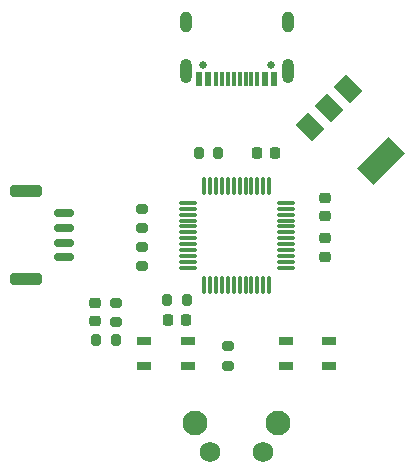
<source format=gbr>
%TF.GenerationSoftware,KiCad,Pcbnew,7.0.7*%
%TF.CreationDate,2023-10-08T15:01:22+08:00*%
%TF.ProjectId,RM_47mm,524d5f34-376d-46d2-9e6b-696361645f70,rev?*%
%TF.SameCoordinates,Original*%
%TF.FileFunction,Soldermask,Bot*%
%TF.FilePolarity,Negative*%
%FSLAX46Y46*%
G04 Gerber Fmt 4.6, Leading zero omitted, Abs format (unit mm)*
G04 Created by KiCad (PCBNEW 7.0.7) date 2023-10-08 15:01:22*
%MOMM*%
%LPD*%
G01*
G04 APERTURE LIST*
G04 Aperture macros list*
%AMRoundRect*
0 Rectangle with rounded corners*
0 $1 Rounding radius*
0 $2 $3 $4 $5 $6 $7 $8 $9 X,Y pos of 4 corners*
0 Add a 4 corners polygon primitive as box body*
4,1,4,$2,$3,$4,$5,$6,$7,$8,$9,$2,$3,0*
0 Add four circle primitives for the rounded corners*
1,1,$1+$1,$2,$3*
1,1,$1+$1,$4,$5*
1,1,$1+$1,$6,$7*
1,1,$1+$1,$8,$9*
0 Add four rect primitives between the rounded corners*
20,1,$1+$1,$2,$3,$4,$5,0*
20,1,$1+$1,$4,$5,$6,$7,0*
20,1,$1+$1,$6,$7,$8,$9,0*
20,1,$1+$1,$8,$9,$2,$3,0*%
%AMRotRect*
0 Rectangle, with rotation*
0 The origin of the aperture is its center*
0 $1 length*
0 $2 width*
0 $3 Rotation angle, in degrees counterclockwise*
0 Add horizontal line*
21,1,$1,$2,0,0,$3*%
G04 Aperture macros list end*
%ADD10R,1.251471X0.645202*%
%ADD11R,1.195849X0.659990*%
%ADD12R,1.251471X0.650765*%
%ADD13R,1.195849X0.657460*%
%ADD14R,1.173396X0.650216*%
%ADD15R,1.220860X0.646345*%
%ADD16R,1.167700X0.647659*%
%ADD17R,1.220850X0.660950*%
%ADD18RoundRect,0.200000X0.275000X-0.200000X0.275000X0.200000X-0.275000X0.200000X-0.275000X-0.200000X0*%
%ADD19RoundRect,0.200000X-0.200000X-0.275000X0.200000X-0.275000X0.200000X0.275000X-0.200000X0.275000X0*%
%ADD20RoundRect,0.075000X0.662500X0.075000X-0.662500X0.075000X-0.662500X-0.075000X0.662500X-0.075000X0*%
%ADD21RoundRect,0.075000X0.075000X0.662500X-0.075000X0.662500X-0.075000X-0.662500X0.075000X-0.662500X0*%
%ADD22RoundRect,0.225000X-0.250000X0.225000X-0.250000X-0.225000X0.250000X-0.225000X0.250000X0.225000X0*%
%ADD23RoundRect,0.225000X0.225000X0.250000X-0.225000X0.250000X-0.225000X-0.250000X0.225000X-0.250000X0*%
%ADD24RoundRect,0.225000X0.250000X-0.225000X0.250000X0.225000X-0.250000X0.225000X-0.250000X-0.225000X0*%
%ADD25C,0.650000*%
%ADD26R,0.600000X1.240000*%
%ADD27R,0.300000X1.240000*%
%ADD28O,1.000000X1.800000*%
%ADD29O,1.000000X2.100000*%
%ADD30RoundRect,0.150000X0.700000X-0.150000X0.700000X0.150000X-0.700000X0.150000X-0.700000X-0.150000X0*%
%ADD31RoundRect,0.250000X1.100000X-0.250000X1.100000X0.250000X-1.100000X0.250000X-1.100000X-0.250000X0*%
%ADD32RoundRect,0.200000X-0.275000X0.200000X-0.275000X-0.200000X0.275000X-0.200000X0.275000X0.200000X0*%
%ADD33RotRect,2.000000X1.500000X315.000000*%
%ADD34RotRect,2.000000X3.800000X315.000000*%
%ADD35RoundRect,0.200000X0.200000X0.275000X-0.200000X0.275000X-0.200000X-0.275000X0.200000X-0.275000X0*%
%ADD36C,2.100000*%
%ADD37C,1.750000*%
G04 APERTURE END LIST*
D10*
%TO.C,SW1*%
X145871643Y-108929298D03*
D11*
X142150605Y-108920005D03*
D12*
X145871643Y-111079045D03*
D13*
X142150605Y-111071269D03*
%TD*%
D14*
%TO.C,SW2*%
X154148388Y-111074885D03*
D15*
X157855606Y-111076747D03*
D16*
X154145540Y-108926171D03*
D17*
X157855601Y-108919525D03*
%TD*%
D18*
%TO.C,R7*%
X139783288Y-107336708D03*
X139783288Y-105686708D03*
%TD*%
%TO.C,R3*%
X142018127Y-99380570D03*
X142018127Y-97730570D03*
%TD*%
D19*
%TO.C,R4*%
X146775000Y-93000000D03*
X148425000Y-93000000D03*
%TD*%
D20*
%TO.C,U1*%
X154162500Y-97250000D03*
X154162500Y-97750000D03*
X154162500Y-98250000D03*
X154162500Y-98750000D03*
X154162500Y-99250000D03*
X154162500Y-99750000D03*
X154162500Y-100250000D03*
X154162500Y-100750000D03*
X154162500Y-101250000D03*
X154162500Y-101750000D03*
X154162500Y-102250000D03*
X154162500Y-102750000D03*
D21*
X152750000Y-104162500D03*
X152250000Y-104162500D03*
X151750000Y-104162500D03*
X151250000Y-104162500D03*
X150750000Y-104162500D03*
X150250000Y-104162500D03*
X149750000Y-104162500D03*
X149250000Y-104162500D03*
X148750000Y-104162500D03*
X148250000Y-104162500D03*
X147750000Y-104162500D03*
X147250000Y-104162500D03*
D20*
X145837500Y-102750000D03*
X145837500Y-102250000D03*
X145837500Y-101750000D03*
X145837500Y-101250000D03*
X145837500Y-100750000D03*
X145837500Y-100250000D03*
X145837500Y-99750000D03*
X145837500Y-99250000D03*
X145837500Y-98750000D03*
X145837500Y-98250000D03*
X145837500Y-97750000D03*
X145837500Y-97250000D03*
D21*
X147250000Y-95837500D03*
X147750000Y-95837500D03*
X148250000Y-95837500D03*
X148750000Y-95837500D03*
X149250000Y-95837500D03*
X149750000Y-95837500D03*
X150250000Y-95837500D03*
X150750000Y-95837500D03*
X151250000Y-95837500D03*
X151750000Y-95837500D03*
X152250000Y-95837500D03*
X152750000Y-95837500D03*
%TD*%
D22*
%TO.C,C9*%
X157480000Y-96805000D03*
X157480000Y-98355000D03*
%TD*%
D23*
%TO.C,C11*%
X153275000Y-93000000D03*
X151725000Y-93000000D03*
%TD*%
%TO.C,C12*%
X145705537Y-107172023D03*
X144155537Y-107172023D03*
%TD*%
D24*
%TO.C,C13*%
X138039859Y-107289498D03*
X138039859Y-105739498D03*
%TD*%
D25*
%TO.C,J1*%
X147110000Y-85605000D03*
X152890000Y-85605000D03*
D26*
X146800000Y-86725000D03*
X147600000Y-86725000D03*
D27*
X148750000Y-86725000D03*
X149750000Y-86725000D03*
X150250000Y-86725000D03*
X151250000Y-86725000D03*
D26*
X152400000Y-86725000D03*
X153200000Y-86725000D03*
X153200000Y-86725000D03*
X152400000Y-86725000D03*
D27*
X151750000Y-86725000D03*
X150750000Y-86725000D03*
X149250000Y-86725000D03*
X148250000Y-86725000D03*
D26*
X147600000Y-86725000D03*
X146800000Y-86725000D03*
D28*
X145680000Y-81925000D03*
D29*
X145680000Y-86125000D03*
D28*
X154320000Y-81925000D03*
D29*
X154320000Y-86125000D03*
%TD*%
D19*
%TO.C,R6*%
X138129023Y-108882715D03*
X139779023Y-108882715D03*
%TD*%
D30*
%TO.C,J2*%
X135350000Y-101875000D03*
X135350000Y-100625000D03*
X135350000Y-99375000D03*
X135350000Y-98125000D03*
D31*
X132150000Y-103725000D03*
X132150000Y-96275000D03*
%TD*%
D32*
%TO.C,R2*%
X142021726Y-100975355D03*
X142021726Y-102625355D03*
%TD*%
D33*
%TO.C,U2*%
X156166268Y-90838959D03*
X157792614Y-89212614D03*
D34*
X162247386Y-93667386D03*
D33*
X159418959Y-87586268D03*
%TD*%
D32*
%TO.C,R5*%
X149258680Y-109398485D03*
X149258680Y-111048485D03*
%TD*%
D35*
%TO.C,R1*%
X145758826Y-105466261D03*
X144108826Y-105466261D03*
%TD*%
D36*
%TO.C,SW3*%
X146482909Y-115884152D03*
X153492909Y-115884152D03*
D37*
X147732909Y-118374152D03*
X152232909Y-118374152D03*
%TD*%
D24*
%TO.C,C10*%
X157474699Y-101792865D03*
X157474699Y-100242865D03*
%TD*%
M02*

</source>
